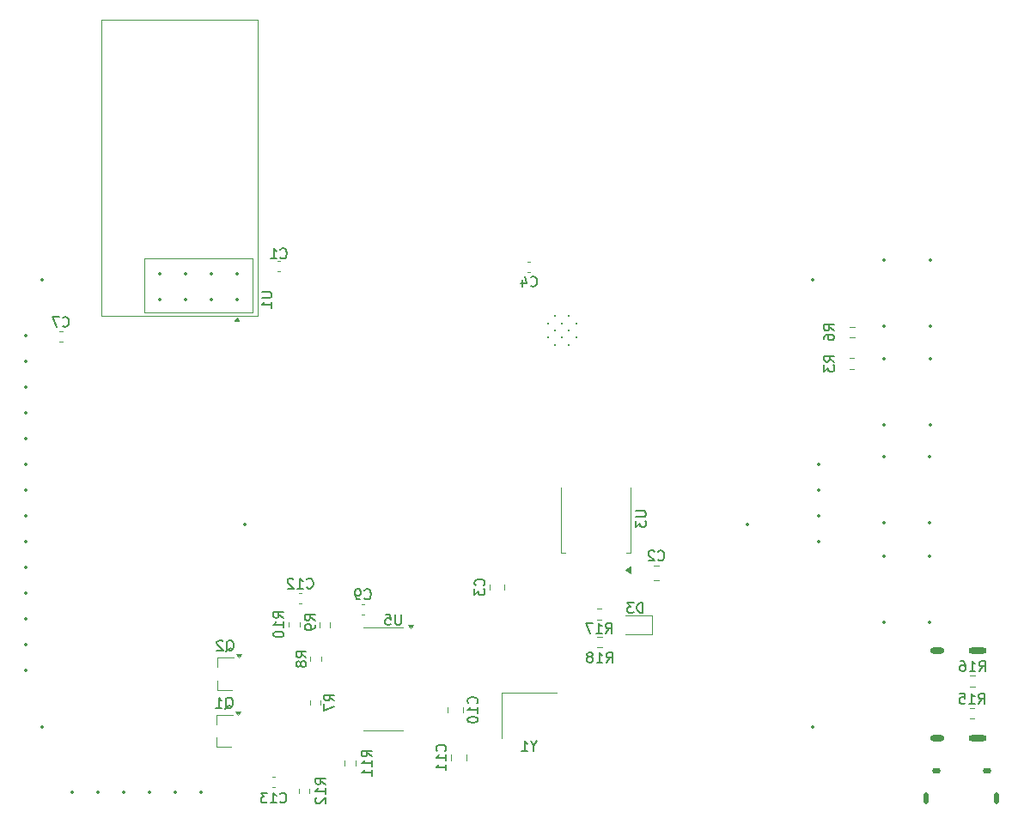
<source format=gbo>
%TF.GenerationSoftware,KiCad,Pcbnew,9.0.1*%
%TF.CreationDate,2025-11-17T15:11:09+01:00*%
%TF.ProjectId,stacja_pogody_modu__wew,73746163-6a61-45f7-906f-676f64795f6d,rev?*%
%TF.SameCoordinates,Original*%
%TF.FileFunction,Legend,Bot*%
%TF.FilePolarity,Positive*%
%FSLAX46Y46*%
G04 Gerber Fmt 4.6, Leading zero omitted, Abs format (unit mm)*
G04 Created by KiCad (PCBNEW 9.0.1) date 2025-11-17 15:11:09*
%MOMM*%
%LPD*%
G01*
G04 APERTURE LIST*
%ADD10C,0.150000*%
%ADD11C,0.120000*%
%ADD12O,1.400000X0.600000*%
%ADD13O,1.800000X0.600000*%
%ADD14C,0.350000*%
%ADD15C,0.200000*%
%ADD16O,0.500000X1.150000*%
%ADD17O,0.850000X0.550000*%
G04 APERTURE END LIST*
D10*
X197272857Y-104694819D02*
X197606190Y-104218628D01*
X197844285Y-104694819D02*
X197844285Y-103694819D01*
X197844285Y-103694819D02*
X197463333Y-103694819D01*
X197463333Y-103694819D02*
X197368095Y-103742438D01*
X197368095Y-103742438D02*
X197320476Y-103790057D01*
X197320476Y-103790057D02*
X197272857Y-103885295D01*
X197272857Y-103885295D02*
X197272857Y-104028152D01*
X197272857Y-104028152D02*
X197320476Y-104123390D01*
X197320476Y-104123390D02*
X197368095Y-104171009D01*
X197368095Y-104171009D02*
X197463333Y-104218628D01*
X197463333Y-104218628D02*
X197844285Y-104218628D01*
X196320476Y-104694819D02*
X196891904Y-104694819D01*
X196606190Y-104694819D02*
X196606190Y-103694819D01*
X196606190Y-103694819D02*
X196701428Y-103837676D01*
X196701428Y-103837676D02*
X196796666Y-103932914D01*
X196796666Y-103932914D02*
X196891904Y-103980533D01*
X195415714Y-103694819D02*
X195891904Y-103694819D01*
X195891904Y-103694819D02*
X195939523Y-104171009D01*
X195939523Y-104171009D02*
X195891904Y-104123390D01*
X195891904Y-104123390D02*
X195796666Y-104075771D01*
X195796666Y-104075771D02*
X195558571Y-104075771D01*
X195558571Y-104075771D02*
X195463333Y-104123390D01*
X195463333Y-104123390D02*
X195415714Y-104171009D01*
X195415714Y-104171009D02*
X195368095Y-104266247D01*
X195368095Y-104266247D02*
X195368095Y-104504342D01*
X195368095Y-104504342D02*
X195415714Y-104599580D01*
X195415714Y-104599580D02*
X195463333Y-104647200D01*
X195463333Y-104647200D02*
X195558571Y-104694819D01*
X195558571Y-104694819D02*
X195796666Y-104694819D01*
X195796666Y-104694819D02*
X195891904Y-104647200D01*
X195891904Y-104647200D02*
X195939523Y-104599580D01*
X183064819Y-70973333D02*
X182588628Y-70640000D01*
X183064819Y-70401905D02*
X182064819Y-70401905D01*
X182064819Y-70401905D02*
X182064819Y-70782857D01*
X182064819Y-70782857D02*
X182112438Y-70878095D01*
X182112438Y-70878095D02*
X182160057Y-70925714D01*
X182160057Y-70925714D02*
X182255295Y-70973333D01*
X182255295Y-70973333D02*
X182398152Y-70973333D01*
X182398152Y-70973333D02*
X182493390Y-70925714D01*
X182493390Y-70925714D02*
X182541009Y-70878095D01*
X182541009Y-70878095D02*
X182588628Y-70782857D01*
X182588628Y-70782857D02*
X182588628Y-70401905D01*
X182064819Y-71306667D02*
X182064819Y-71925714D01*
X182064819Y-71925714D02*
X182445771Y-71592381D01*
X182445771Y-71592381D02*
X182445771Y-71735238D01*
X182445771Y-71735238D02*
X182493390Y-71830476D01*
X182493390Y-71830476D02*
X182541009Y-71878095D01*
X182541009Y-71878095D02*
X182636247Y-71925714D01*
X182636247Y-71925714D02*
X182874342Y-71925714D01*
X182874342Y-71925714D02*
X182969580Y-71878095D01*
X182969580Y-71878095D02*
X183017200Y-71830476D01*
X183017200Y-71830476D02*
X183064819Y-71735238D01*
X183064819Y-71735238D02*
X183064819Y-71449524D01*
X183064819Y-71449524D02*
X183017200Y-71354286D01*
X183017200Y-71354286D02*
X182969580Y-71306667D01*
X148512080Y-93030833D02*
X148559700Y-92983214D01*
X148559700Y-92983214D02*
X148607319Y-92840357D01*
X148607319Y-92840357D02*
X148607319Y-92745119D01*
X148607319Y-92745119D02*
X148559700Y-92602262D01*
X148559700Y-92602262D02*
X148464461Y-92507024D01*
X148464461Y-92507024D02*
X148369223Y-92459405D01*
X148369223Y-92459405D02*
X148178747Y-92411786D01*
X148178747Y-92411786D02*
X148035890Y-92411786D01*
X148035890Y-92411786D02*
X147845414Y-92459405D01*
X147845414Y-92459405D02*
X147750176Y-92507024D01*
X147750176Y-92507024D02*
X147654938Y-92602262D01*
X147654938Y-92602262D02*
X147607319Y-92745119D01*
X147607319Y-92745119D02*
X147607319Y-92840357D01*
X147607319Y-92840357D02*
X147654938Y-92983214D01*
X147654938Y-92983214D02*
X147702557Y-93030833D01*
X147607319Y-93364167D02*
X147607319Y-93983214D01*
X147607319Y-93983214D02*
X147988271Y-93649881D01*
X147988271Y-93649881D02*
X147988271Y-93792738D01*
X147988271Y-93792738D02*
X148035890Y-93887976D01*
X148035890Y-93887976D02*
X148083509Y-93935595D01*
X148083509Y-93935595D02*
X148178747Y-93983214D01*
X148178747Y-93983214D02*
X148416842Y-93983214D01*
X148416842Y-93983214D02*
X148512080Y-93935595D01*
X148512080Y-93935595D02*
X148559700Y-93887976D01*
X148559700Y-93887976D02*
X148607319Y-93792738D01*
X148607319Y-93792738D02*
X148607319Y-93507024D01*
X148607319Y-93507024D02*
X148559700Y-93411786D01*
X148559700Y-93411786D02*
X148512080Y-93364167D01*
X131014819Y-100123333D02*
X130538628Y-99790000D01*
X131014819Y-99551905D02*
X130014819Y-99551905D01*
X130014819Y-99551905D02*
X130014819Y-99932857D01*
X130014819Y-99932857D02*
X130062438Y-100028095D01*
X130062438Y-100028095D02*
X130110057Y-100075714D01*
X130110057Y-100075714D02*
X130205295Y-100123333D01*
X130205295Y-100123333D02*
X130348152Y-100123333D01*
X130348152Y-100123333D02*
X130443390Y-100075714D01*
X130443390Y-100075714D02*
X130491009Y-100028095D01*
X130491009Y-100028095D02*
X130538628Y-99932857D01*
X130538628Y-99932857D02*
X130538628Y-99551905D01*
X130443390Y-100694762D02*
X130395771Y-100599524D01*
X130395771Y-100599524D02*
X130348152Y-100551905D01*
X130348152Y-100551905D02*
X130252914Y-100504286D01*
X130252914Y-100504286D02*
X130205295Y-100504286D01*
X130205295Y-100504286D02*
X130110057Y-100551905D01*
X130110057Y-100551905D02*
X130062438Y-100599524D01*
X130062438Y-100599524D02*
X130014819Y-100694762D01*
X130014819Y-100694762D02*
X130014819Y-100885238D01*
X130014819Y-100885238D02*
X130062438Y-100980476D01*
X130062438Y-100980476D02*
X130110057Y-101028095D01*
X130110057Y-101028095D02*
X130205295Y-101075714D01*
X130205295Y-101075714D02*
X130252914Y-101075714D01*
X130252914Y-101075714D02*
X130348152Y-101028095D01*
X130348152Y-101028095D02*
X130395771Y-100980476D01*
X130395771Y-100980476D02*
X130443390Y-100885238D01*
X130443390Y-100885238D02*
X130443390Y-100694762D01*
X130443390Y-100694762D02*
X130491009Y-100599524D01*
X130491009Y-100599524D02*
X130538628Y-100551905D01*
X130538628Y-100551905D02*
X130633866Y-100504286D01*
X130633866Y-100504286D02*
X130824342Y-100504286D01*
X130824342Y-100504286D02*
X130919580Y-100551905D01*
X130919580Y-100551905D02*
X130967200Y-100599524D01*
X130967200Y-100599524D02*
X131014819Y-100694762D01*
X131014819Y-100694762D02*
X131014819Y-100885238D01*
X131014819Y-100885238D02*
X130967200Y-100980476D01*
X130967200Y-100980476D02*
X130919580Y-101028095D01*
X130919580Y-101028095D02*
X130824342Y-101075714D01*
X130824342Y-101075714D02*
X130633866Y-101075714D01*
X130633866Y-101075714D02*
X130538628Y-101028095D01*
X130538628Y-101028095D02*
X130491009Y-100980476D01*
X130491009Y-100980476D02*
X130443390Y-100885238D01*
X133794819Y-104413333D02*
X133318628Y-104080000D01*
X133794819Y-103841905D02*
X132794819Y-103841905D01*
X132794819Y-103841905D02*
X132794819Y-104222857D01*
X132794819Y-104222857D02*
X132842438Y-104318095D01*
X132842438Y-104318095D02*
X132890057Y-104365714D01*
X132890057Y-104365714D02*
X132985295Y-104413333D01*
X132985295Y-104413333D02*
X133128152Y-104413333D01*
X133128152Y-104413333D02*
X133223390Y-104365714D01*
X133223390Y-104365714D02*
X133271009Y-104318095D01*
X133271009Y-104318095D02*
X133318628Y-104222857D01*
X133318628Y-104222857D02*
X133318628Y-103841905D01*
X132794819Y-104746667D02*
X132794819Y-105413333D01*
X132794819Y-105413333D02*
X133794819Y-104984762D01*
X123025238Y-105190057D02*
X123120476Y-105142438D01*
X123120476Y-105142438D02*
X123215714Y-105047200D01*
X123215714Y-105047200D02*
X123358571Y-104904342D01*
X123358571Y-104904342D02*
X123453809Y-104856723D01*
X123453809Y-104856723D02*
X123549047Y-104856723D01*
X123501428Y-105094819D02*
X123596666Y-105047200D01*
X123596666Y-105047200D02*
X123691904Y-104951961D01*
X123691904Y-104951961D02*
X123739523Y-104761485D01*
X123739523Y-104761485D02*
X123739523Y-104428152D01*
X123739523Y-104428152D02*
X123691904Y-104237676D01*
X123691904Y-104237676D02*
X123596666Y-104142438D01*
X123596666Y-104142438D02*
X123501428Y-104094819D01*
X123501428Y-104094819D02*
X123310952Y-104094819D01*
X123310952Y-104094819D02*
X123215714Y-104142438D01*
X123215714Y-104142438D02*
X123120476Y-104237676D01*
X123120476Y-104237676D02*
X123072857Y-104428152D01*
X123072857Y-104428152D02*
X123072857Y-104761485D01*
X123072857Y-104761485D02*
X123120476Y-104951961D01*
X123120476Y-104951961D02*
X123215714Y-105047200D01*
X123215714Y-105047200D02*
X123310952Y-105094819D01*
X123310952Y-105094819D02*
X123501428Y-105094819D01*
X122120476Y-105094819D02*
X122691904Y-105094819D01*
X122406190Y-105094819D02*
X122406190Y-104094819D01*
X122406190Y-104094819D02*
X122501428Y-104237676D01*
X122501428Y-104237676D02*
X122596666Y-104332914D01*
X122596666Y-104332914D02*
X122691904Y-104380533D01*
X144719580Y-109367142D02*
X144767200Y-109319523D01*
X144767200Y-109319523D02*
X144814819Y-109176666D01*
X144814819Y-109176666D02*
X144814819Y-109081428D01*
X144814819Y-109081428D02*
X144767200Y-108938571D01*
X144767200Y-108938571D02*
X144671961Y-108843333D01*
X144671961Y-108843333D02*
X144576723Y-108795714D01*
X144576723Y-108795714D02*
X144386247Y-108748095D01*
X144386247Y-108748095D02*
X144243390Y-108748095D01*
X144243390Y-108748095D02*
X144052914Y-108795714D01*
X144052914Y-108795714D02*
X143957676Y-108843333D01*
X143957676Y-108843333D02*
X143862438Y-108938571D01*
X143862438Y-108938571D02*
X143814819Y-109081428D01*
X143814819Y-109081428D02*
X143814819Y-109176666D01*
X143814819Y-109176666D02*
X143862438Y-109319523D01*
X143862438Y-109319523D02*
X143910057Y-109367142D01*
X144814819Y-110319523D02*
X144814819Y-109748095D01*
X144814819Y-110033809D02*
X143814819Y-110033809D01*
X143814819Y-110033809D02*
X143957676Y-109938571D01*
X143957676Y-109938571D02*
X144052914Y-109843333D01*
X144052914Y-109843333D02*
X144100533Y-109748095D01*
X144814819Y-111271904D02*
X144814819Y-110700476D01*
X144814819Y-110986190D02*
X143814819Y-110986190D01*
X143814819Y-110986190D02*
X143957676Y-110890952D01*
X143957676Y-110890952D02*
X144052914Y-110795714D01*
X144052914Y-110795714D02*
X144100533Y-110700476D01*
X131082857Y-93239580D02*
X131130476Y-93287200D01*
X131130476Y-93287200D02*
X131273333Y-93334819D01*
X131273333Y-93334819D02*
X131368571Y-93334819D01*
X131368571Y-93334819D02*
X131511428Y-93287200D01*
X131511428Y-93287200D02*
X131606666Y-93191961D01*
X131606666Y-93191961D02*
X131654285Y-93096723D01*
X131654285Y-93096723D02*
X131701904Y-92906247D01*
X131701904Y-92906247D02*
X131701904Y-92763390D01*
X131701904Y-92763390D02*
X131654285Y-92572914D01*
X131654285Y-92572914D02*
X131606666Y-92477676D01*
X131606666Y-92477676D02*
X131511428Y-92382438D01*
X131511428Y-92382438D02*
X131368571Y-92334819D01*
X131368571Y-92334819D02*
X131273333Y-92334819D01*
X131273333Y-92334819D02*
X131130476Y-92382438D01*
X131130476Y-92382438D02*
X131082857Y-92430057D01*
X130130476Y-93334819D02*
X130701904Y-93334819D01*
X130416190Y-93334819D02*
X130416190Y-92334819D01*
X130416190Y-92334819D02*
X130511428Y-92477676D01*
X130511428Y-92477676D02*
X130606666Y-92572914D01*
X130606666Y-92572914D02*
X130701904Y-92620533D01*
X129749523Y-92430057D02*
X129701904Y-92382438D01*
X129701904Y-92382438D02*
X129606666Y-92334819D01*
X129606666Y-92334819D02*
X129368571Y-92334819D01*
X129368571Y-92334819D02*
X129273333Y-92382438D01*
X129273333Y-92382438D02*
X129225714Y-92430057D01*
X129225714Y-92430057D02*
X129178095Y-92525295D01*
X129178095Y-92525295D02*
X129178095Y-92620533D01*
X129178095Y-92620533D02*
X129225714Y-92763390D01*
X129225714Y-92763390D02*
X129797142Y-93334819D01*
X129797142Y-93334819D02*
X129178095Y-93334819D01*
X107016666Y-67439580D02*
X107064285Y-67487200D01*
X107064285Y-67487200D02*
X107207142Y-67534819D01*
X107207142Y-67534819D02*
X107302380Y-67534819D01*
X107302380Y-67534819D02*
X107445237Y-67487200D01*
X107445237Y-67487200D02*
X107540475Y-67391961D01*
X107540475Y-67391961D02*
X107588094Y-67296723D01*
X107588094Y-67296723D02*
X107635713Y-67106247D01*
X107635713Y-67106247D02*
X107635713Y-66963390D01*
X107635713Y-66963390D02*
X107588094Y-66772914D01*
X107588094Y-66772914D02*
X107540475Y-66677676D01*
X107540475Y-66677676D02*
X107445237Y-66582438D01*
X107445237Y-66582438D02*
X107302380Y-66534819D01*
X107302380Y-66534819D02*
X107207142Y-66534819D01*
X107207142Y-66534819D02*
X107064285Y-66582438D01*
X107064285Y-66582438D02*
X107016666Y-66630057D01*
X106683332Y-66534819D02*
X106016666Y-66534819D01*
X106016666Y-66534819D02*
X106445237Y-67534819D01*
X136776666Y-94309580D02*
X136824285Y-94357200D01*
X136824285Y-94357200D02*
X136967142Y-94404819D01*
X136967142Y-94404819D02*
X137062380Y-94404819D01*
X137062380Y-94404819D02*
X137205237Y-94357200D01*
X137205237Y-94357200D02*
X137300475Y-94261961D01*
X137300475Y-94261961D02*
X137348094Y-94166723D01*
X137348094Y-94166723D02*
X137395713Y-93976247D01*
X137395713Y-93976247D02*
X137395713Y-93833390D01*
X137395713Y-93833390D02*
X137348094Y-93642914D01*
X137348094Y-93642914D02*
X137300475Y-93547676D01*
X137300475Y-93547676D02*
X137205237Y-93452438D01*
X137205237Y-93452438D02*
X137062380Y-93404819D01*
X137062380Y-93404819D02*
X136967142Y-93404819D01*
X136967142Y-93404819D02*
X136824285Y-93452438D01*
X136824285Y-93452438D02*
X136776666Y-93500057D01*
X136300475Y-94404819D02*
X136109999Y-94404819D01*
X136109999Y-94404819D02*
X136014761Y-94357200D01*
X136014761Y-94357200D02*
X135967142Y-94309580D01*
X135967142Y-94309580D02*
X135871904Y-94166723D01*
X135871904Y-94166723D02*
X135824285Y-93976247D01*
X135824285Y-93976247D02*
X135824285Y-93595295D01*
X135824285Y-93595295D02*
X135871904Y-93500057D01*
X135871904Y-93500057D02*
X135919523Y-93452438D01*
X135919523Y-93452438D02*
X136014761Y-93404819D01*
X136014761Y-93404819D02*
X136205237Y-93404819D01*
X136205237Y-93404819D02*
X136300475Y-93452438D01*
X136300475Y-93452438D02*
X136348094Y-93500057D01*
X136348094Y-93500057D02*
X136395713Y-93595295D01*
X136395713Y-93595295D02*
X136395713Y-93833390D01*
X136395713Y-93833390D02*
X136348094Y-93928628D01*
X136348094Y-93928628D02*
X136300475Y-93976247D01*
X136300475Y-93976247D02*
X136205237Y-94023866D01*
X136205237Y-94023866D02*
X136014761Y-94023866D01*
X136014761Y-94023866D02*
X135919523Y-93976247D01*
X135919523Y-93976247D02*
X135871904Y-93928628D01*
X135871904Y-93928628D02*
X135824285Y-93833390D01*
X126624819Y-64078095D02*
X127434342Y-64078095D01*
X127434342Y-64078095D02*
X127529580Y-64125714D01*
X127529580Y-64125714D02*
X127577200Y-64173333D01*
X127577200Y-64173333D02*
X127624819Y-64268571D01*
X127624819Y-64268571D02*
X127624819Y-64459047D01*
X127624819Y-64459047D02*
X127577200Y-64554285D01*
X127577200Y-64554285D02*
X127529580Y-64601904D01*
X127529580Y-64601904D02*
X127434342Y-64649523D01*
X127434342Y-64649523D02*
X126624819Y-64649523D01*
X127624819Y-65649523D02*
X127624819Y-65078095D01*
X127624819Y-65363809D02*
X126624819Y-65363809D01*
X126624819Y-65363809D02*
X126767676Y-65268571D01*
X126767676Y-65268571D02*
X126862914Y-65173333D01*
X126862914Y-65173333D02*
X126910533Y-65078095D01*
X128479166Y-60699580D02*
X128526785Y-60747200D01*
X128526785Y-60747200D02*
X128669642Y-60794819D01*
X128669642Y-60794819D02*
X128764880Y-60794819D01*
X128764880Y-60794819D02*
X128907737Y-60747200D01*
X128907737Y-60747200D02*
X129002975Y-60651961D01*
X129002975Y-60651961D02*
X129050594Y-60556723D01*
X129050594Y-60556723D02*
X129098213Y-60366247D01*
X129098213Y-60366247D02*
X129098213Y-60223390D01*
X129098213Y-60223390D02*
X129050594Y-60032914D01*
X129050594Y-60032914D02*
X129002975Y-59937676D01*
X129002975Y-59937676D02*
X128907737Y-59842438D01*
X128907737Y-59842438D02*
X128764880Y-59794819D01*
X128764880Y-59794819D02*
X128669642Y-59794819D01*
X128669642Y-59794819D02*
X128526785Y-59842438D01*
X128526785Y-59842438D02*
X128479166Y-59890057D01*
X127526785Y-60794819D02*
X128098213Y-60794819D01*
X127812499Y-60794819D02*
X127812499Y-59794819D01*
X127812499Y-59794819D02*
X127907737Y-59937676D01*
X127907737Y-59937676D02*
X128002975Y-60032914D01*
X128002975Y-60032914D02*
X128098213Y-60080533D01*
X160532857Y-97744819D02*
X160866190Y-97268628D01*
X161104285Y-97744819D02*
X161104285Y-96744819D01*
X161104285Y-96744819D02*
X160723333Y-96744819D01*
X160723333Y-96744819D02*
X160628095Y-96792438D01*
X160628095Y-96792438D02*
X160580476Y-96840057D01*
X160580476Y-96840057D02*
X160532857Y-96935295D01*
X160532857Y-96935295D02*
X160532857Y-97078152D01*
X160532857Y-97078152D02*
X160580476Y-97173390D01*
X160580476Y-97173390D02*
X160628095Y-97221009D01*
X160628095Y-97221009D02*
X160723333Y-97268628D01*
X160723333Y-97268628D02*
X161104285Y-97268628D01*
X159580476Y-97744819D02*
X160151904Y-97744819D01*
X159866190Y-97744819D02*
X159866190Y-96744819D01*
X159866190Y-96744819D02*
X159961428Y-96887676D01*
X159961428Y-96887676D02*
X160056666Y-96982914D01*
X160056666Y-96982914D02*
X160151904Y-97030533D01*
X159247142Y-96744819D02*
X158580476Y-96744819D01*
X158580476Y-96744819D02*
X159009047Y-97744819D01*
X153146666Y-63469580D02*
X153194285Y-63517200D01*
X153194285Y-63517200D02*
X153337142Y-63564819D01*
X153337142Y-63564819D02*
X153432380Y-63564819D01*
X153432380Y-63564819D02*
X153575237Y-63517200D01*
X153575237Y-63517200D02*
X153670475Y-63421961D01*
X153670475Y-63421961D02*
X153718094Y-63326723D01*
X153718094Y-63326723D02*
X153765713Y-63136247D01*
X153765713Y-63136247D02*
X153765713Y-62993390D01*
X153765713Y-62993390D02*
X153718094Y-62802914D01*
X153718094Y-62802914D02*
X153670475Y-62707676D01*
X153670475Y-62707676D02*
X153575237Y-62612438D01*
X153575237Y-62612438D02*
X153432380Y-62564819D01*
X153432380Y-62564819D02*
X153337142Y-62564819D01*
X153337142Y-62564819D02*
X153194285Y-62612438D01*
X153194285Y-62612438D02*
X153146666Y-62660057D01*
X152289523Y-62898152D02*
X152289523Y-63564819D01*
X152527618Y-62517200D02*
X152765713Y-63231485D01*
X152765713Y-63231485D02*
X152146666Y-63231485D01*
X128784819Y-96232142D02*
X128308628Y-95898809D01*
X128784819Y-95660714D02*
X127784819Y-95660714D01*
X127784819Y-95660714D02*
X127784819Y-96041666D01*
X127784819Y-96041666D02*
X127832438Y-96136904D01*
X127832438Y-96136904D02*
X127880057Y-96184523D01*
X127880057Y-96184523D02*
X127975295Y-96232142D01*
X127975295Y-96232142D02*
X128118152Y-96232142D01*
X128118152Y-96232142D02*
X128213390Y-96184523D01*
X128213390Y-96184523D02*
X128261009Y-96136904D01*
X128261009Y-96136904D02*
X128308628Y-96041666D01*
X128308628Y-96041666D02*
X128308628Y-95660714D01*
X128784819Y-97184523D02*
X128784819Y-96613095D01*
X128784819Y-96898809D02*
X127784819Y-96898809D01*
X127784819Y-96898809D02*
X127927676Y-96803571D01*
X127927676Y-96803571D02*
X128022914Y-96708333D01*
X128022914Y-96708333D02*
X128070533Y-96613095D01*
X127784819Y-97803571D02*
X127784819Y-97898809D01*
X127784819Y-97898809D02*
X127832438Y-97994047D01*
X127832438Y-97994047D02*
X127880057Y-98041666D01*
X127880057Y-98041666D02*
X127975295Y-98089285D01*
X127975295Y-98089285D02*
X128165771Y-98136904D01*
X128165771Y-98136904D02*
X128403866Y-98136904D01*
X128403866Y-98136904D02*
X128594342Y-98089285D01*
X128594342Y-98089285D02*
X128689580Y-98041666D01*
X128689580Y-98041666D02*
X128737200Y-97994047D01*
X128737200Y-97994047D02*
X128784819Y-97898809D01*
X128784819Y-97898809D02*
X128784819Y-97803571D01*
X128784819Y-97803571D02*
X128737200Y-97708333D01*
X128737200Y-97708333D02*
X128689580Y-97660714D01*
X128689580Y-97660714D02*
X128594342Y-97613095D01*
X128594342Y-97613095D02*
X128403866Y-97565476D01*
X128403866Y-97565476D02*
X128165771Y-97565476D01*
X128165771Y-97565476D02*
X127975295Y-97613095D01*
X127975295Y-97613095D02*
X127880057Y-97660714D01*
X127880057Y-97660714D02*
X127832438Y-97708333D01*
X127832438Y-97708333D02*
X127784819Y-97803571D01*
X131874819Y-96473333D02*
X131398628Y-96140000D01*
X131874819Y-95901905D02*
X130874819Y-95901905D01*
X130874819Y-95901905D02*
X130874819Y-96282857D01*
X130874819Y-96282857D02*
X130922438Y-96378095D01*
X130922438Y-96378095D02*
X130970057Y-96425714D01*
X130970057Y-96425714D02*
X131065295Y-96473333D01*
X131065295Y-96473333D02*
X131208152Y-96473333D01*
X131208152Y-96473333D02*
X131303390Y-96425714D01*
X131303390Y-96425714D02*
X131351009Y-96378095D01*
X131351009Y-96378095D02*
X131398628Y-96282857D01*
X131398628Y-96282857D02*
X131398628Y-95901905D01*
X131874819Y-96949524D02*
X131874819Y-97140000D01*
X131874819Y-97140000D02*
X131827200Y-97235238D01*
X131827200Y-97235238D02*
X131779580Y-97282857D01*
X131779580Y-97282857D02*
X131636723Y-97378095D01*
X131636723Y-97378095D02*
X131446247Y-97425714D01*
X131446247Y-97425714D02*
X131065295Y-97425714D01*
X131065295Y-97425714D02*
X130970057Y-97378095D01*
X130970057Y-97378095D02*
X130922438Y-97330476D01*
X130922438Y-97330476D02*
X130874819Y-97235238D01*
X130874819Y-97235238D02*
X130874819Y-97044762D01*
X130874819Y-97044762D02*
X130922438Y-96949524D01*
X130922438Y-96949524D02*
X130970057Y-96901905D01*
X130970057Y-96901905D02*
X131065295Y-96854286D01*
X131065295Y-96854286D02*
X131303390Y-96854286D01*
X131303390Y-96854286D02*
X131398628Y-96901905D01*
X131398628Y-96901905D02*
X131446247Y-96949524D01*
X131446247Y-96949524D02*
X131493866Y-97044762D01*
X131493866Y-97044762D02*
X131493866Y-97235238D01*
X131493866Y-97235238D02*
X131446247Y-97330476D01*
X131446247Y-97330476D02*
X131398628Y-97378095D01*
X131398628Y-97378095D02*
X131303390Y-97425714D01*
X137474819Y-109907142D02*
X136998628Y-109573809D01*
X137474819Y-109335714D02*
X136474819Y-109335714D01*
X136474819Y-109335714D02*
X136474819Y-109716666D01*
X136474819Y-109716666D02*
X136522438Y-109811904D01*
X136522438Y-109811904D02*
X136570057Y-109859523D01*
X136570057Y-109859523D02*
X136665295Y-109907142D01*
X136665295Y-109907142D02*
X136808152Y-109907142D01*
X136808152Y-109907142D02*
X136903390Y-109859523D01*
X136903390Y-109859523D02*
X136951009Y-109811904D01*
X136951009Y-109811904D02*
X136998628Y-109716666D01*
X136998628Y-109716666D02*
X136998628Y-109335714D01*
X137474819Y-110859523D02*
X137474819Y-110288095D01*
X137474819Y-110573809D02*
X136474819Y-110573809D01*
X136474819Y-110573809D02*
X136617676Y-110478571D01*
X136617676Y-110478571D02*
X136712914Y-110383333D01*
X136712914Y-110383333D02*
X136760533Y-110288095D01*
X137474819Y-111811904D02*
X137474819Y-111240476D01*
X137474819Y-111526190D02*
X136474819Y-111526190D01*
X136474819Y-111526190D02*
X136617676Y-111430952D01*
X136617676Y-111430952D02*
X136712914Y-111335714D01*
X136712914Y-111335714D02*
X136760533Y-111240476D01*
X123115238Y-99540057D02*
X123210476Y-99492438D01*
X123210476Y-99492438D02*
X123305714Y-99397200D01*
X123305714Y-99397200D02*
X123448571Y-99254342D01*
X123448571Y-99254342D02*
X123543809Y-99206723D01*
X123543809Y-99206723D02*
X123639047Y-99206723D01*
X123591428Y-99444819D02*
X123686666Y-99397200D01*
X123686666Y-99397200D02*
X123781904Y-99301961D01*
X123781904Y-99301961D02*
X123829523Y-99111485D01*
X123829523Y-99111485D02*
X123829523Y-98778152D01*
X123829523Y-98778152D02*
X123781904Y-98587676D01*
X123781904Y-98587676D02*
X123686666Y-98492438D01*
X123686666Y-98492438D02*
X123591428Y-98444819D01*
X123591428Y-98444819D02*
X123400952Y-98444819D01*
X123400952Y-98444819D02*
X123305714Y-98492438D01*
X123305714Y-98492438D02*
X123210476Y-98587676D01*
X123210476Y-98587676D02*
X123162857Y-98778152D01*
X123162857Y-98778152D02*
X123162857Y-99111485D01*
X123162857Y-99111485D02*
X123210476Y-99301961D01*
X123210476Y-99301961D02*
X123305714Y-99397200D01*
X123305714Y-99397200D02*
X123400952Y-99444819D01*
X123400952Y-99444819D02*
X123591428Y-99444819D01*
X122781904Y-98540057D02*
X122734285Y-98492438D01*
X122734285Y-98492438D02*
X122639047Y-98444819D01*
X122639047Y-98444819D02*
X122400952Y-98444819D01*
X122400952Y-98444819D02*
X122305714Y-98492438D01*
X122305714Y-98492438D02*
X122258095Y-98540057D01*
X122258095Y-98540057D02*
X122210476Y-98635295D01*
X122210476Y-98635295D02*
X122210476Y-98730533D01*
X122210476Y-98730533D02*
X122258095Y-98873390D01*
X122258095Y-98873390D02*
X122829523Y-99444819D01*
X122829523Y-99444819D02*
X122210476Y-99444819D01*
X183034819Y-67893333D02*
X182558628Y-67560000D01*
X183034819Y-67321905D02*
X182034819Y-67321905D01*
X182034819Y-67321905D02*
X182034819Y-67702857D01*
X182034819Y-67702857D02*
X182082438Y-67798095D01*
X182082438Y-67798095D02*
X182130057Y-67845714D01*
X182130057Y-67845714D02*
X182225295Y-67893333D01*
X182225295Y-67893333D02*
X182368152Y-67893333D01*
X182368152Y-67893333D02*
X182463390Y-67845714D01*
X182463390Y-67845714D02*
X182511009Y-67798095D01*
X182511009Y-67798095D02*
X182558628Y-67702857D01*
X182558628Y-67702857D02*
X182558628Y-67321905D01*
X182034819Y-68750476D02*
X182034819Y-68560000D01*
X182034819Y-68560000D02*
X182082438Y-68464762D01*
X182082438Y-68464762D02*
X182130057Y-68417143D01*
X182130057Y-68417143D02*
X182272914Y-68321905D01*
X182272914Y-68321905D02*
X182463390Y-68274286D01*
X182463390Y-68274286D02*
X182844342Y-68274286D01*
X182844342Y-68274286D02*
X182939580Y-68321905D01*
X182939580Y-68321905D02*
X182987200Y-68369524D01*
X182987200Y-68369524D02*
X183034819Y-68464762D01*
X183034819Y-68464762D02*
X183034819Y-68655238D01*
X183034819Y-68655238D02*
X182987200Y-68750476D01*
X182987200Y-68750476D02*
X182939580Y-68798095D01*
X182939580Y-68798095D02*
X182844342Y-68845714D01*
X182844342Y-68845714D02*
X182606247Y-68845714D01*
X182606247Y-68845714D02*
X182511009Y-68798095D01*
X182511009Y-68798095D02*
X182463390Y-68750476D01*
X182463390Y-68750476D02*
X182415771Y-68655238D01*
X182415771Y-68655238D02*
X182415771Y-68464762D01*
X182415771Y-68464762D02*
X182463390Y-68369524D01*
X182463390Y-68369524D02*
X182511009Y-68321905D01*
X182511009Y-68321905D02*
X182606247Y-68274286D01*
X165696666Y-90499580D02*
X165744285Y-90547200D01*
X165744285Y-90547200D02*
X165887142Y-90594819D01*
X165887142Y-90594819D02*
X165982380Y-90594819D01*
X165982380Y-90594819D02*
X166125237Y-90547200D01*
X166125237Y-90547200D02*
X166220475Y-90451961D01*
X166220475Y-90451961D02*
X166268094Y-90356723D01*
X166268094Y-90356723D02*
X166315713Y-90166247D01*
X166315713Y-90166247D02*
X166315713Y-90023390D01*
X166315713Y-90023390D02*
X166268094Y-89832914D01*
X166268094Y-89832914D02*
X166220475Y-89737676D01*
X166220475Y-89737676D02*
X166125237Y-89642438D01*
X166125237Y-89642438D02*
X165982380Y-89594819D01*
X165982380Y-89594819D02*
X165887142Y-89594819D01*
X165887142Y-89594819D02*
X165744285Y-89642438D01*
X165744285Y-89642438D02*
X165696666Y-89690057D01*
X165315713Y-89690057D02*
X165268094Y-89642438D01*
X165268094Y-89642438D02*
X165172856Y-89594819D01*
X165172856Y-89594819D02*
X164934761Y-89594819D01*
X164934761Y-89594819D02*
X164839523Y-89642438D01*
X164839523Y-89642438D02*
X164791904Y-89690057D01*
X164791904Y-89690057D02*
X164744285Y-89785295D01*
X164744285Y-89785295D02*
X164744285Y-89880533D01*
X164744285Y-89880533D02*
X164791904Y-90023390D01*
X164791904Y-90023390D02*
X165363332Y-90594819D01*
X165363332Y-90594819D02*
X164744285Y-90594819D01*
X160592857Y-100644819D02*
X160926190Y-100168628D01*
X161164285Y-100644819D02*
X161164285Y-99644819D01*
X161164285Y-99644819D02*
X160783333Y-99644819D01*
X160783333Y-99644819D02*
X160688095Y-99692438D01*
X160688095Y-99692438D02*
X160640476Y-99740057D01*
X160640476Y-99740057D02*
X160592857Y-99835295D01*
X160592857Y-99835295D02*
X160592857Y-99978152D01*
X160592857Y-99978152D02*
X160640476Y-100073390D01*
X160640476Y-100073390D02*
X160688095Y-100121009D01*
X160688095Y-100121009D02*
X160783333Y-100168628D01*
X160783333Y-100168628D02*
X161164285Y-100168628D01*
X159640476Y-100644819D02*
X160211904Y-100644819D01*
X159926190Y-100644819D02*
X159926190Y-99644819D01*
X159926190Y-99644819D02*
X160021428Y-99787676D01*
X160021428Y-99787676D02*
X160116666Y-99882914D01*
X160116666Y-99882914D02*
X160211904Y-99930533D01*
X159069047Y-100073390D02*
X159164285Y-100025771D01*
X159164285Y-100025771D02*
X159211904Y-99978152D01*
X159211904Y-99978152D02*
X159259523Y-99882914D01*
X159259523Y-99882914D02*
X159259523Y-99835295D01*
X159259523Y-99835295D02*
X159211904Y-99740057D01*
X159211904Y-99740057D02*
X159164285Y-99692438D01*
X159164285Y-99692438D02*
X159069047Y-99644819D01*
X159069047Y-99644819D02*
X158878571Y-99644819D01*
X158878571Y-99644819D02*
X158783333Y-99692438D01*
X158783333Y-99692438D02*
X158735714Y-99740057D01*
X158735714Y-99740057D02*
X158688095Y-99835295D01*
X158688095Y-99835295D02*
X158688095Y-99882914D01*
X158688095Y-99882914D02*
X158735714Y-99978152D01*
X158735714Y-99978152D02*
X158783333Y-100025771D01*
X158783333Y-100025771D02*
X158878571Y-100073390D01*
X158878571Y-100073390D02*
X159069047Y-100073390D01*
X159069047Y-100073390D02*
X159164285Y-100121009D01*
X159164285Y-100121009D02*
X159211904Y-100168628D01*
X159211904Y-100168628D02*
X159259523Y-100263866D01*
X159259523Y-100263866D02*
X159259523Y-100454342D01*
X159259523Y-100454342D02*
X159211904Y-100549580D01*
X159211904Y-100549580D02*
X159164285Y-100597200D01*
X159164285Y-100597200D02*
X159069047Y-100644819D01*
X159069047Y-100644819D02*
X158878571Y-100644819D01*
X158878571Y-100644819D02*
X158783333Y-100597200D01*
X158783333Y-100597200D02*
X158735714Y-100549580D01*
X158735714Y-100549580D02*
X158688095Y-100454342D01*
X158688095Y-100454342D02*
X158688095Y-100263866D01*
X158688095Y-100263866D02*
X158735714Y-100168628D01*
X158735714Y-100168628D02*
X158783333Y-100121009D01*
X158783333Y-100121009D02*
X158878571Y-100073390D01*
X147829580Y-104667142D02*
X147877200Y-104619523D01*
X147877200Y-104619523D02*
X147924819Y-104476666D01*
X147924819Y-104476666D02*
X147924819Y-104381428D01*
X147924819Y-104381428D02*
X147877200Y-104238571D01*
X147877200Y-104238571D02*
X147781961Y-104143333D01*
X147781961Y-104143333D02*
X147686723Y-104095714D01*
X147686723Y-104095714D02*
X147496247Y-104048095D01*
X147496247Y-104048095D02*
X147353390Y-104048095D01*
X147353390Y-104048095D02*
X147162914Y-104095714D01*
X147162914Y-104095714D02*
X147067676Y-104143333D01*
X147067676Y-104143333D02*
X146972438Y-104238571D01*
X146972438Y-104238571D02*
X146924819Y-104381428D01*
X146924819Y-104381428D02*
X146924819Y-104476666D01*
X146924819Y-104476666D02*
X146972438Y-104619523D01*
X146972438Y-104619523D02*
X147020057Y-104667142D01*
X147924819Y-105619523D02*
X147924819Y-105048095D01*
X147924819Y-105333809D02*
X146924819Y-105333809D01*
X146924819Y-105333809D02*
X147067676Y-105238571D01*
X147067676Y-105238571D02*
X147162914Y-105143333D01*
X147162914Y-105143333D02*
X147210533Y-105048095D01*
X146924819Y-106238571D02*
X146924819Y-106333809D01*
X146924819Y-106333809D02*
X146972438Y-106429047D01*
X146972438Y-106429047D02*
X147020057Y-106476666D01*
X147020057Y-106476666D02*
X147115295Y-106524285D01*
X147115295Y-106524285D02*
X147305771Y-106571904D01*
X147305771Y-106571904D02*
X147543866Y-106571904D01*
X147543866Y-106571904D02*
X147734342Y-106524285D01*
X147734342Y-106524285D02*
X147829580Y-106476666D01*
X147829580Y-106476666D02*
X147877200Y-106429047D01*
X147877200Y-106429047D02*
X147924819Y-106333809D01*
X147924819Y-106333809D02*
X147924819Y-106238571D01*
X147924819Y-106238571D02*
X147877200Y-106143333D01*
X147877200Y-106143333D02*
X147829580Y-106095714D01*
X147829580Y-106095714D02*
X147734342Y-106048095D01*
X147734342Y-106048095D02*
X147543866Y-106000476D01*
X147543866Y-106000476D02*
X147305771Y-106000476D01*
X147305771Y-106000476D02*
X147115295Y-106048095D01*
X147115295Y-106048095D02*
X147020057Y-106095714D01*
X147020057Y-106095714D02*
X146972438Y-106143333D01*
X146972438Y-106143333D02*
X146924819Y-106238571D01*
X163509819Y-85703095D02*
X164319342Y-85703095D01*
X164319342Y-85703095D02*
X164414580Y-85750714D01*
X164414580Y-85750714D02*
X164462200Y-85798333D01*
X164462200Y-85798333D02*
X164509819Y-85893571D01*
X164509819Y-85893571D02*
X164509819Y-86084047D01*
X164509819Y-86084047D02*
X164462200Y-86179285D01*
X164462200Y-86179285D02*
X164414580Y-86226904D01*
X164414580Y-86226904D02*
X164319342Y-86274523D01*
X164319342Y-86274523D02*
X163509819Y-86274523D01*
X163509819Y-86655476D02*
X163509819Y-87274523D01*
X163509819Y-87274523D02*
X163890771Y-86941190D01*
X163890771Y-86941190D02*
X163890771Y-87084047D01*
X163890771Y-87084047D02*
X163938390Y-87179285D01*
X163938390Y-87179285D02*
X163986009Y-87226904D01*
X163986009Y-87226904D02*
X164081247Y-87274523D01*
X164081247Y-87274523D02*
X164319342Y-87274523D01*
X164319342Y-87274523D02*
X164414580Y-87226904D01*
X164414580Y-87226904D02*
X164462200Y-87179285D01*
X164462200Y-87179285D02*
X164509819Y-87084047D01*
X164509819Y-87084047D02*
X164509819Y-86798333D01*
X164509819Y-86798333D02*
X164462200Y-86703095D01*
X164462200Y-86703095D02*
X164414580Y-86655476D01*
X197337857Y-101484819D02*
X197671190Y-101008628D01*
X197909285Y-101484819D02*
X197909285Y-100484819D01*
X197909285Y-100484819D02*
X197528333Y-100484819D01*
X197528333Y-100484819D02*
X197433095Y-100532438D01*
X197433095Y-100532438D02*
X197385476Y-100580057D01*
X197385476Y-100580057D02*
X197337857Y-100675295D01*
X197337857Y-100675295D02*
X197337857Y-100818152D01*
X197337857Y-100818152D02*
X197385476Y-100913390D01*
X197385476Y-100913390D02*
X197433095Y-100961009D01*
X197433095Y-100961009D02*
X197528333Y-101008628D01*
X197528333Y-101008628D02*
X197909285Y-101008628D01*
X196385476Y-101484819D02*
X196956904Y-101484819D01*
X196671190Y-101484819D02*
X196671190Y-100484819D01*
X196671190Y-100484819D02*
X196766428Y-100627676D01*
X196766428Y-100627676D02*
X196861666Y-100722914D01*
X196861666Y-100722914D02*
X196956904Y-100770533D01*
X195528333Y-100484819D02*
X195718809Y-100484819D01*
X195718809Y-100484819D02*
X195814047Y-100532438D01*
X195814047Y-100532438D02*
X195861666Y-100580057D01*
X195861666Y-100580057D02*
X195956904Y-100722914D01*
X195956904Y-100722914D02*
X196004523Y-100913390D01*
X196004523Y-100913390D02*
X196004523Y-101294342D01*
X196004523Y-101294342D02*
X195956904Y-101389580D01*
X195956904Y-101389580D02*
X195909285Y-101437200D01*
X195909285Y-101437200D02*
X195814047Y-101484819D01*
X195814047Y-101484819D02*
X195623571Y-101484819D01*
X195623571Y-101484819D02*
X195528333Y-101437200D01*
X195528333Y-101437200D02*
X195480714Y-101389580D01*
X195480714Y-101389580D02*
X195433095Y-101294342D01*
X195433095Y-101294342D02*
X195433095Y-101056247D01*
X195433095Y-101056247D02*
X195480714Y-100961009D01*
X195480714Y-100961009D02*
X195528333Y-100913390D01*
X195528333Y-100913390D02*
X195623571Y-100865771D01*
X195623571Y-100865771D02*
X195814047Y-100865771D01*
X195814047Y-100865771D02*
X195909285Y-100913390D01*
X195909285Y-100913390D02*
X195956904Y-100961009D01*
X195956904Y-100961009D02*
X196004523Y-101056247D01*
X132934819Y-112649642D02*
X132458628Y-112316309D01*
X132934819Y-112078214D02*
X131934819Y-112078214D01*
X131934819Y-112078214D02*
X131934819Y-112459166D01*
X131934819Y-112459166D02*
X131982438Y-112554404D01*
X131982438Y-112554404D02*
X132030057Y-112602023D01*
X132030057Y-112602023D02*
X132125295Y-112649642D01*
X132125295Y-112649642D02*
X132268152Y-112649642D01*
X132268152Y-112649642D02*
X132363390Y-112602023D01*
X132363390Y-112602023D02*
X132411009Y-112554404D01*
X132411009Y-112554404D02*
X132458628Y-112459166D01*
X132458628Y-112459166D02*
X132458628Y-112078214D01*
X132934819Y-113602023D02*
X132934819Y-113030595D01*
X132934819Y-113316309D02*
X131934819Y-113316309D01*
X131934819Y-113316309D02*
X132077676Y-113221071D01*
X132077676Y-113221071D02*
X132172914Y-113125833D01*
X132172914Y-113125833D02*
X132220533Y-113030595D01*
X132030057Y-113982976D02*
X131982438Y-114030595D01*
X131982438Y-114030595D02*
X131934819Y-114125833D01*
X131934819Y-114125833D02*
X131934819Y-114363928D01*
X131934819Y-114363928D02*
X131982438Y-114459166D01*
X131982438Y-114459166D02*
X132030057Y-114506785D01*
X132030057Y-114506785D02*
X132125295Y-114554404D01*
X132125295Y-114554404D02*
X132220533Y-114554404D01*
X132220533Y-114554404D02*
X132363390Y-114506785D01*
X132363390Y-114506785D02*
X132934819Y-113935357D01*
X132934819Y-113935357D02*
X132934819Y-114554404D01*
X164188094Y-95734819D02*
X164188094Y-94734819D01*
X164188094Y-94734819D02*
X163949999Y-94734819D01*
X163949999Y-94734819D02*
X163807142Y-94782438D01*
X163807142Y-94782438D02*
X163711904Y-94877676D01*
X163711904Y-94877676D02*
X163664285Y-94972914D01*
X163664285Y-94972914D02*
X163616666Y-95163390D01*
X163616666Y-95163390D02*
X163616666Y-95306247D01*
X163616666Y-95306247D02*
X163664285Y-95496723D01*
X163664285Y-95496723D02*
X163711904Y-95591961D01*
X163711904Y-95591961D02*
X163807142Y-95687200D01*
X163807142Y-95687200D02*
X163949999Y-95734819D01*
X163949999Y-95734819D02*
X164188094Y-95734819D01*
X163283332Y-94734819D02*
X162664285Y-94734819D01*
X162664285Y-94734819D02*
X162997618Y-95115771D01*
X162997618Y-95115771D02*
X162854761Y-95115771D01*
X162854761Y-95115771D02*
X162759523Y-95163390D01*
X162759523Y-95163390D02*
X162711904Y-95211009D01*
X162711904Y-95211009D02*
X162664285Y-95306247D01*
X162664285Y-95306247D02*
X162664285Y-95544342D01*
X162664285Y-95544342D02*
X162711904Y-95639580D01*
X162711904Y-95639580D02*
X162759523Y-95687200D01*
X162759523Y-95687200D02*
X162854761Y-95734819D01*
X162854761Y-95734819D02*
X163140475Y-95734819D01*
X163140475Y-95734819D02*
X163235713Y-95687200D01*
X163235713Y-95687200D02*
X163283332Y-95639580D01*
X153456190Y-108888628D02*
X153456190Y-109364819D01*
X153789523Y-108364819D02*
X153456190Y-108888628D01*
X153456190Y-108888628D02*
X153122857Y-108364819D01*
X152265714Y-109364819D02*
X152837142Y-109364819D01*
X152551428Y-109364819D02*
X152551428Y-108364819D01*
X152551428Y-108364819D02*
X152646666Y-108507676D01*
X152646666Y-108507676D02*
X152741904Y-108602914D01*
X152741904Y-108602914D02*
X152837142Y-108650533D01*
X140361904Y-95904819D02*
X140361904Y-96714342D01*
X140361904Y-96714342D02*
X140314285Y-96809580D01*
X140314285Y-96809580D02*
X140266666Y-96857200D01*
X140266666Y-96857200D02*
X140171428Y-96904819D01*
X140171428Y-96904819D02*
X139980952Y-96904819D01*
X139980952Y-96904819D02*
X139885714Y-96857200D01*
X139885714Y-96857200D02*
X139838095Y-96809580D01*
X139838095Y-96809580D02*
X139790476Y-96714342D01*
X139790476Y-96714342D02*
X139790476Y-95904819D01*
X138838095Y-95904819D02*
X139314285Y-95904819D01*
X139314285Y-95904819D02*
X139361904Y-96381009D01*
X139361904Y-96381009D02*
X139314285Y-96333390D01*
X139314285Y-96333390D02*
X139219047Y-96285771D01*
X139219047Y-96285771D02*
X138980952Y-96285771D01*
X138980952Y-96285771D02*
X138885714Y-96333390D01*
X138885714Y-96333390D02*
X138838095Y-96381009D01*
X138838095Y-96381009D02*
X138790476Y-96476247D01*
X138790476Y-96476247D02*
X138790476Y-96714342D01*
X138790476Y-96714342D02*
X138838095Y-96809580D01*
X138838095Y-96809580D02*
X138885714Y-96857200D01*
X138885714Y-96857200D02*
X138980952Y-96904819D01*
X138980952Y-96904819D02*
X139219047Y-96904819D01*
X139219047Y-96904819D02*
X139314285Y-96857200D01*
X139314285Y-96857200D02*
X139361904Y-96809580D01*
X128442857Y-114389580D02*
X128490476Y-114437200D01*
X128490476Y-114437200D02*
X128633333Y-114484819D01*
X128633333Y-114484819D02*
X128728571Y-114484819D01*
X128728571Y-114484819D02*
X128871428Y-114437200D01*
X128871428Y-114437200D02*
X128966666Y-114341961D01*
X128966666Y-114341961D02*
X129014285Y-114246723D01*
X129014285Y-114246723D02*
X129061904Y-114056247D01*
X129061904Y-114056247D02*
X129061904Y-113913390D01*
X129061904Y-113913390D02*
X129014285Y-113722914D01*
X129014285Y-113722914D02*
X128966666Y-113627676D01*
X128966666Y-113627676D02*
X128871428Y-113532438D01*
X128871428Y-113532438D02*
X128728571Y-113484819D01*
X128728571Y-113484819D02*
X128633333Y-113484819D01*
X128633333Y-113484819D02*
X128490476Y-113532438D01*
X128490476Y-113532438D02*
X128442857Y-113580057D01*
X127490476Y-114484819D02*
X128061904Y-114484819D01*
X127776190Y-114484819D02*
X127776190Y-113484819D01*
X127776190Y-113484819D02*
X127871428Y-113627676D01*
X127871428Y-113627676D02*
X127966666Y-113722914D01*
X127966666Y-113722914D02*
X128061904Y-113770533D01*
X127157142Y-113484819D02*
X126538095Y-113484819D01*
X126538095Y-113484819D02*
X126871428Y-113865771D01*
X126871428Y-113865771D02*
X126728571Y-113865771D01*
X126728571Y-113865771D02*
X126633333Y-113913390D01*
X126633333Y-113913390D02*
X126585714Y-113961009D01*
X126585714Y-113961009D02*
X126538095Y-114056247D01*
X126538095Y-114056247D02*
X126538095Y-114294342D01*
X126538095Y-114294342D02*
X126585714Y-114389580D01*
X126585714Y-114389580D02*
X126633333Y-114437200D01*
X126633333Y-114437200D02*
X126728571Y-114484819D01*
X126728571Y-114484819D02*
X127014285Y-114484819D01*
X127014285Y-114484819D02*
X127109523Y-114437200D01*
X127109523Y-114437200D02*
X127157142Y-114389580D01*
D11*
%TO.C,R15*%
X196867258Y-105147500D02*
X196392742Y-105147500D01*
X196867258Y-106192500D02*
X196392742Y-106192500D01*
%TO.C,R3*%
X185037258Y-70617500D02*
X184562742Y-70617500D01*
X185037258Y-71662500D02*
X184562742Y-71662500D01*
%TO.C,C3*%
X149097500Y-92936248D02*
X149097500Y-93458752D01*
X150567500Y-92936248D02*
X150567500Y-93458752D01*
%TO.C,R8*%
X131417500Y-100507258D02*
X131417500Y-100032742D01*
X132462500Y-100507258D02*
X132462500Y-100032742D01*
%TO.C,R7*%
X131387500Y-104817258D02*
X131387500Y-104342742D01*
X132432500Y-104817258D02*
X132432500Y-104342742D01*
%TO.C,Q1*%
X122170000Y-105810000D02*
X122170000Y-106740000D01*
X122170000Y-108970000D02*
X122170000Y-108040000D01*
X122170000Y-108970000D02*
X123630000Y-108970000D01*
X122970000Y-105810000D02*
X122170000Y-105810000D01*
X122970000Y-105810000D02*
X123770000Y-105810000D01*
X124270000Y-105780000D02*
X124030000Y-105450000D01*
X124510000Y-105450000D01*
X124270000Y-105780000D01*
G36*
X124270000Y-105780000D02*
G01*
X124030000Y-105450000D01*
X124510000Y-105450000D01*
X124270000Y-105780000D01*
G37*
%TO.C,C11*%
X145305000Y-109748748D02*
X145305000Y-110271252D01*
X146775000Y-109748748D02*
X146775000Y-110271252D01*
%TO.C,C12*%
X130586267Y-93800000D02*
X130293733Y-93800000D01*
X130586267Y-94820000D02*
X130293733Y-94820000D01*
%TO.C,C7*%
X106996267Y-68000000D02*
X106703733Y-68000000D01*
X106996267Y-69020000D02*
X106703733Y-69020000D01*
%TO.C,C9*%
X136463733Y-94900000D02*
X136756267Y-94900000D01*
X136463733Y-95920000D02*
X136756267Y-95920000D01*
%TO.C,U1*%
X110820000Y-37240000D02*
X110820000Y-66440000D01*
X110820000Y-66440000D02*
X126270000Y-66440000D01*
X115026000Y-60776000D02*
X115026000Y-66110000D01*
X115026000Y-66110000D02*
X115026000Y-66110000D01*
X115026000Y-66110000D02*
X125694000Y-66110000D01*
X125694000Y-60776000D02*
X115026000Y-60776000D01*
X125694000Y-66110000D02*
X125694000Y-60776000D01*
X125694000Y-66110000D02*
X125694000Y-66110000D01*
X126270000Y-37240000D02*
X110820000Y-37240000D01*
X126270000Y-66440000D02*
X126270000Y-37240000D01*
X126270000Y-66440000D02*
X126270000Y-66440000D01*
X124410000Y-66976000D02*
X123930000Y-66976000D01*
X124170000Y-66640000D01*
X124410000Y-66976000D01*
G36*
X124410000Y-66976000D02*
G01*
X123930000Y-66976000D01*
X124170000Y-66640000D01*
X124410000Y-66976000D01*
G37*
%TO.C,C1*%
X128458767Y-61050000D02*
X128166233Y-61050000D01*
X128458767Y-62070000D02*
X128166233Y-62070000D01*
%TO.C,R17*%
X159652742Y-95337500D02*
X160127258Y-95337500D01*
X159652742Y-96382500D02*
X160127258Y-96382500D01*
%TO.C,C4*%
X153103767Y-61070000D02*
X152811233Y-61070000D01*
X153103767Y-62090000D02*
X152811233Y-62090000D01*
%TO.C,R10*%
X129307500Y-96637742D02*
X129307500Y-97112258D01*
X130352500Y-96637742D02*
X130352500Y-97112258D01*
%TO.C,R9*%
X132297500Y-97177258D02*
X132297500Y-96702742D01*
X133342500Y-97177258D02*
X133342500Y-96702742D01*
%TO.C,R11*%
X134817500Y-110787258D02*
X134817500Y-110312742D01*
X135862500Y-110787258D02*
X135862500Y-110312742D01*
%TO.C,Q2*%
X122260000Y-100160000D02*
X122260000Y-101090000D01*
X122260000Y-103320000D02*
X122260000Y-102390000D01*
X122260000Y-103320000D02*
X123720000Y-103320000D01*
X123060000Y-100160000D02*
X122260000Y-100160000D01*
X123060000Y-100160000D02*
X123860000Y-100160000D01*
X124360000Y-100130000D02*
X124120000Y-99800000D01*
X124600000Y-99800000D01*
X124360000Y-100130000D01*
G36*
X124360000Y-100130000D02*
G01*
X124120000Y-99800000D01*
X124600000Y-99800000D01*
X124360000Y-100130000D01*
G37*
%TO.C,R6*%
X185047258Y-67547500D02*
X184572742Y-67547500D01*
X185047258Y-68592500D02*
X184572742Y-68592500D01*
%TO.C,C2*%
X165791252Y-91085000D02*
X165268748Y-91085000D01*
X165791252Y-92555000D02*
X165268748Y-92555000D01*
%TO.C,R18*%
X159672742Y-98117500D02*
X160147258Y-98117500D01*
X159672742Y-99162500D02*
X160147258Y-99162500D01*
%TO.C,C10*%
X144985000Y-105571252D02*
X144985000Y-105048748D01*
X146455000Y-105571252D02*
X146455000Y-105048748D01*
%TO.C,U3*%
X156105000Y-83355000D02*
X156105000Y-89775000D01*
X156105000Y-89775000D02*
X156575000Y-89775000D01*
X163005000Y-83355000D02*
X163005000Y-89775000D01*
X163005000Y-89775000D02*
X162535000Y-89775000D01*
X162965000Y-91845000D02*
X162495000Y-91505000D01*
X162965000Y-91165000D01*
X162965000Y-91845000D01*
G36*
X162965000Y-91845000D02*
G01*
X162495000Y-91505000D01*
X162965000Y-91165000D01*
X162965000Y-91845000D01*
G37*
%TO.C,R16*%
X196912258Y-101957500D02*
X196437742Y-101957500D01*
X196912258Y-103002500D02*
X196437742Y-103002500D01*
%TO.C,R12*%
X130277500Y-113082742D02*
X130277500Y-113557258D01*
X131322500Y-113082742D02*
X131322500Y-113557258D01*
%TO.C,D3*%
X162450000Y-95970000D02*
X165135000Y-95970000D01*
X165135000Y-95970000D02*
X165135000Y-97890000D01*
X165135000Y-97890000D02*
X162450000Y-97890000D01*
%TO.C,Y1*%
X150280000Y-103610000D02*
X155680000Y-103610000D01*
X150280000Y-108110000D02*
X150280000Y-103610000D01*
%TO.C,U5*%
X138615000Y-97215000D02*
X136665000Y-97215000D01*
X138615000Y-97215000D02*
X140565000Y-97215000D01*
X138615000Y-107335000D02*
X136665000Y-107335000D01*
X138615000Y-107335000D02*
X140565000Y-107335000D01*
X141315000Y-97270000D02*
X141075000Y-96940000D01*
X141555000Y-96940000D01*
X141315000Y-97270000D01*
G36*
X141315000Y-97270000D02*
G01*
X141075000Y-96940000D01*
X141555000Y-96940000D01*
X141315000Y-97270000D01*
G37*
%TO.C,C13*%
X127946267Y-111910000D02*
X127653733Y-111910000D01*
X127946267Y-112930000D02*
X127653733Y-112930000D01*
%TD*%
D12*
X193175000Y-108080000D03*
D13*
X197155000Y-108080000D03*
D12*
X193175000Y-99440000D03*
D13*
X197155000Y-99440000D03*
D14*
X174500000Y-87000000D03*
X180913657Y-106997511D03*
X180913301Y-62897334D03*
X105020000Y-62910000D03*
X105013657Y-106997511D03*
X103414929Y-68402054D03*
X103414929Y-70942054D03*
X103414929Y-73482054D03*
X103414929Y-76022054D03*
X103414929Y-78562054D03*
X103414929Y-81102054D03*
X103414929Y-83642054D03*
X103414929Y-86182054D03*
X103414929Y-88722054D03*
X103414929Y-91262054D03*
X103414929Y-93802054D03*
X103414929Y-96342054D03*
X103414929Y-98882054D03*
X103414929Y-101422054D03*
X181513301Y-81102334D03*
X181513301Y-83642334D03*
X181513301Y-86182334D03*
X181513301Y-88722334D03*
X120620000Y-113440000D03*
X118080000Y-113440000D03*
X115540000Y-113440000D03*
X113000000Y-113440000D03*
X110460000Y-113440000D03*
X107920000Y-113440000D03*
X192440000Y-90190000D03*
X192440000Y-96690000D03*
X187940000Y-90190000D03*
X187940000Y-96690000D03*
X192480000Y-80370000D03*
X192480000Y-86870000D03*
X187980000Y-80370000D03*
X187980000Y-86870000D03*
X187990000Y-67460000D03*
X187990000Y-60960000D03*
X192490000Y-67460000D03*
X192490000Y-60960000D03*
X125000000Y-87000000D03*
D15*
X154820000Y-67180000D03*
X154820000Y-68580000D03*
X155520000Y-66480000D03*
X155520000Y-67880000D03*
X155520000Y-69280000D03*
X156220000Y-67180000D03*
X156220000Y-68580000D03*
X156920000Y-66480000D03*
X156920000Y-67880000D03*
X156920000Y-69280000D03*
X157620000Y-67180000D03*
X157620000Y-68580000D03*
D16*
X192090000Y-113990000D03*
D17*
X193090000Y-111290000D03*
X198090000Y-111290000D03*
D16*
X199090000Y-113990000D03*
D14*
X187990000Y-77180000D03*
X187990000Y-70680000D03*
X192490000Y-77180000D03*
X192490000Y-70680000D03*
X124170000Y-64840000D03*
X124170000Y-62300000D03*
X121630000Y-64840000D03*
X121630000Y-62300000D03*
X119090000Y-64840000D03*
X119090000Y-62300000D03*
X116550000Y-64840000D03*
X116550000Y-62300000D03*
M02*

</source>
